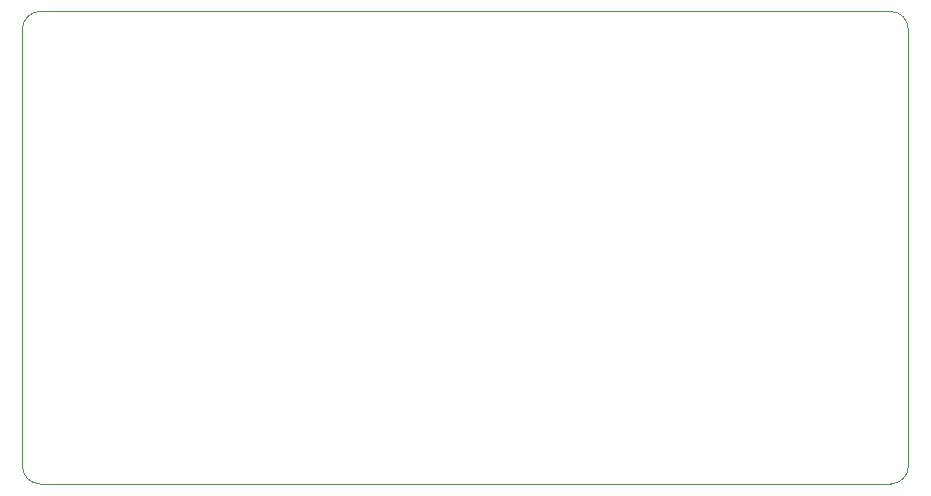
<source format=gbr>
%TF.GenerationSoftware,KiCad,Pcbnew,8.0.6*%
%TF.CreationDate,2025-05-09T15:02:35+02:00*%
%TF.ProjectId,pulse-shaping-extension-v1.1,70756c73-652d-4736-9861-70696e672d65,rev?*%
%TF.SameCoordinates,PX3d09000PY6590fa0*%
%TF.FileFunction,Profile,NP*%
%FSLAX46Y46*%
G04 Gerber Fmt 4.6, Leading zero omitted, Abs format (unit mm)*
G04 Created by KiCad (PCBNEW 8.0.6) date 2025-05-09 15:02:35*
%MOMM*%
%LPD*%
G01*
G04 APERTURE LIST*
%TA.AperFunction,Profile*%
%ADD10C,0.050000*%
%TD*%
G04 APERTURE END LIST*
D10*
X73500000Y40000000D02*
G75*
G02*
X75000000Y38500000I0J-1500000D01*
G01*
X75000000Y1500000D02*
X75000000Y38500000D01*
X0Y38500000D02*
X0Y1500000D01*
X0Y38500000D02*
G75*
G02*
X1500000Y40000000I1500000J0D01*
G01*
X75000000Y1500000D02*
G75*
G02*
X73500000Y0I-1500000J0D01*
G01*
X1500000Y0D02*
G75*
G02*
X0Y1500000I0J1500000D01*
G01*
X73500000Y40000000D02*
X1500000Y40000000D01*
X1500000Y0D02*
X73500000Y0D01*
M02*

</source>
